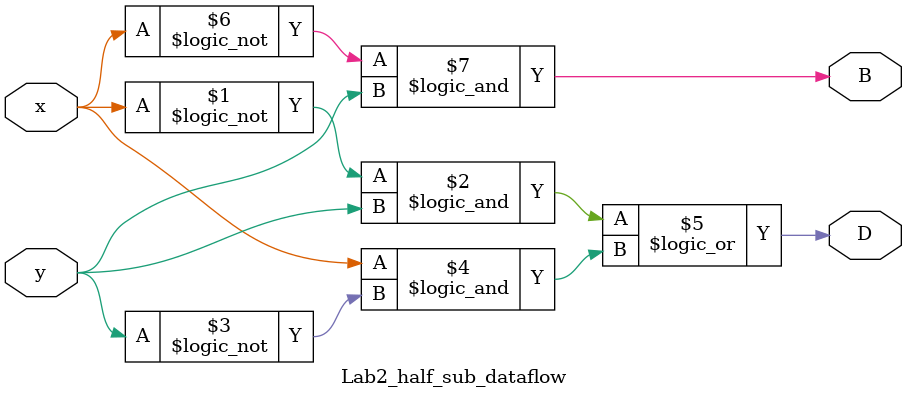
<source format=v>
module Lab2_half_sub_dataflow(output D, B, input x, y);

	assign D = ((!x&&y)||(x&&!y));
	assign B = (!x&&y);
endmodule
</source>
